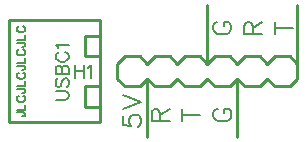
<source format=gto>
G04 Layer: TopSilkLayer*
G04 EasyEDA v6.1.51, Sat, 29 Jun 2019 11:07:56 GMT*
G04 355074110fe74479bc0a7dbe96e468b0,2a3559ba94084103b258dd4c46581d95,10*
G04 Gerber Generator version 0.2*
G04 Scale: 100 percent, Rotated: No, Reflected: No *
G04 Dimensions in millimeters *
G04 leading zeros omitted , absolute positions ,3 integer and 3 decimal *
%FSLAX33Y33*%
%MOMM*%
G90*
G71D02*

%ADD10C,0.254000*%
%ADD16C,0.152400*%
%ADD26C,0.203200*%

%LPD*%
G54D10*
G01X11943Y4958D02*
G01X11943Y5D01*
G01X19563Y4958D02*
G01X19563Y5D01*
G01X17023Y6228D02*
G01X17023Y11181D01*
G01X24643Y6228D02*
G01X24643Y11181D01*
G01X7939Y4346D02*
G01X6689Y4346D01*
G01X6689Y2596D01*
G01X7939Y2596D01*
G01X7937Y8593D02*
G01X6687Y8593D01*
G01X6687Y6843D01*
G01X7937Y6843D01*
G01X239Y1273D02*
G01X239Y9913D01*
G01X239Y9913D02*
G01X7937Y9913D01*
G01X7937Y1273D02*
G01X239Y1273D01*
G01X7937Y9913D02*
G01X7937Y1273D01*
G01X14483Y4958D02*
G01X13848Y4323D01*
G01X12578Y4323D01*
G01X11943Y4958D01*
G01X24643Y6228D02*
G01X24643Y4958D01*
G01X11943Y6228D02*
G01X11308Y6863D01*
G01X10038Y6863D01*
G01X9403Y6228D01*
G01X11943Y4958D02*
G01X11308Y4323D01*
G01X10038Y4323D01*
G01X9403Y4958D01*
G01X9403Y6228D02*
G01X9403Y4958D01*
G01X24643Y6228D02*
G01X24008Y6863D01*
G01X22738Y6863D01*
G01X22103Y6228D01*
G01X24643Y4958D02*
G01X24008Y4323D01*
G01X22738Y4323D01*
G01X22103Y4958D01*
G01X22103Y6228D02*
G01X21468Y6863D01*
G01X20198Y6863D01*
G01X19563Y6228D01*
G01X22103Y4958D02*
G01X21468Y4323D01*
G01X20198Y4323D01*
G01X19563Y4958D01*
G01X19563Y6228D02*
G01X18928Y6863D01*
G01X17658Y6863D01*
G01X17023Y6228D01*
G01X19563Y4958D02*
G01X18928Y4323D01*
G01X17658Y4323D01*
G01X17023Y4958D01*
G01X17023Y6228D02*
G01X16388Y6863D01*
G01X15118Y6863D01*
G01X14483Y6228D01*
G01X17023Y4958D02*
G01X16388Y4323D01*
G01X15118Y4323D01*
G01X14483Y4958D01*
G01X14483Y6228D02*
G01X13848Y6863D01*
G01X12578Y6863D01*
G01X11943Y6228D01*
G54D16*
G01X894Y2108D02*
G01X1450Y2108D01*
G01X1552Y2075D01*
G01X1588Y2040D01*
G01X1623Y1971D01*
G01X1623Y1903D01*
G01X1588Y1831D01*
G01X1552Y1798D01*
G01X1450Y1763D01*
G01X1379Y1763D01*
G01X894Y2337D02*
G01X1623Y2337D01*
G01X1623Y2337D02*
G01X1623Y2753D01*
G01X1069Y3503D02*
G01X998Y3467D01*
G01X930Y3399D01*
G01X894Y3327D01*
G01X894Y3190D01*
G01X930Y3122D01*
G01X998Y3051D01*
G01X1069Y3018D01*
G01X1171Y2982D01*
G01X1346Y2982D01*
G01X1450Y3018D01*
G01X1519Y3051D01*
G01X1588Y3122D01*
G01X1623Y3190D01*
G01X1623Y3327D01*
G01X1588Y3399D01*
G01X1519Y3467D01*
G01X1450Y3503D01*
G01X894Y4077D02*
G01X1450Y4077D01*
G01X1552Y4041D01*
G01X1588Y4008D01*
G01X1623Y3937D01*
G01X1623Y3868D01*
G01X1588Y3800D01*
G01X1552Y3764D01*
G01X1450Y3731D01*
G01X1379Y3731D01*
G01X894Y4305D02*
G01X1623Y4305D01*
G01X1623Y4305D02*
G01X1623Y4722D01*
G01X1069Y5469D02*
G01X998Y5433D01*
G01X930Y5365D01*
G01X894Y5296D01*
G01X894Y5156D01*
G01X930Y5088D01*
G01X998Y5019D01*
G01X1069Y4984D01*
G01X1171Y4951D01*
G01X1346Y4951D01*
G01X1450Y4984D01*
G01X1519Y5019D01*
G01X1588Y5088D01*
G01X1623Y5156D01*
G01X1623Y5296D01*
G01X1588Y5365D01*
G01X1519Y5433D01*
G01X1450Y5469D01*
G01X894Y6043D02*
G01X1450Y6043D01*
G01X1552Y6010D01*
G01X1588Y5974D01*
G01X1623Y5906D01*
G01X1623Y5837D01*
G01X1588Y5766D01*
G01X1552Y5733D01*
G01X1450Y5697D01*
G01X1379Y5697D01*
G01X894Y6271D02*
G01X1623Y6271D01*
G01X1623Y6271D02*
G01X1623Y6688D01*
G01X1069Y7437D02*
G01X998Y7402D01*
G01X930Y7333D01*
G01X894Y7262D01*
G01X894Y7125D01*
G01X930Y7056D01*
G01X998Y6985D01*
G01X1069Y6952D01*
G01X1171Y6916D01*
G01X1346Y6916D01*
G01X1450Y6952D01*
G01X1519Y6985D01*
G01X1588Y7056D01*
G01X1623Y7125D01*
G01X1623Y7262D01*
G01X1588Y7333D01*
G01X1519Y7402D01*
G01X1450Y7437D01*
G01X894Y8011D02*
G01X1450Y8011D01*
G01X1552Y7976D01*
G01X1588Y7943D01*
G01X1623Y7872D01*
G01X1623Y7803D01*
G01X1588Y7734D01*
G01X1552Y7699D01*
G01X1450Y7666D01*
G01X1379Y7666D01*
G01X894Y8240D02*
G01X1623Y8240D01*
G01X1623Y8240D02*
G01X1623Y8656D01*
G01X1069Y9403D02*
G01X998Y9370D01*
G01X930Y9299D01*
G01X894Y9230D01*
G01X894Y9091D01*
G01X930Y9022D01*
G01X998Y8954D01*
G01X1069Y8918D01*
G01X1171Y8885D01*
G01X1346Y8885D01*
G01X1450Y8918D01*
G01X1519Y8954D01*
G01X1588Y9022D01*
G01X1623Y9091D01*
G01X1623Y9230D01*
G01X1588Y9299D01*
G01X1519Y9370D01*
G01X1450Y9403D01*
G54D26*
G01X9911Y1773D02*
G01X9911Y1044D01*
G01X10566Y973D01*
G01X10493Y1044D01*
G01X10422Y1262D01*
G01X10422Y1481D01*
G01X10493Y1699D01*
G01X10640Y1844D01*
G01X10859Y1918D01*
G01X11003Y1918D01*
G01X11222Y1844D01*
G01X11367Y1699D01*
G01X11440Y1481D01*
G01X11440Y1262D01*
G01X11367Y1044D01*
G01X11293Y973D01*
G01X11148Y899D01*
G01X9911Y2398D02*
G01X11440Y2980D01*
G01X9911Y3561D02*
G01X11440Y2980D01*
G01X17897Y9784D02*
G01X17750Y9713D01*
G01X17605Y9568D01*
G01X17531Y9421D01*
G01X17531Y9131D01*
G01X17605Y8987D01*
G01X17750Y8839D01*
G01X17897Y8768D01*
G01X18113Y8695D01*
G01X18479Y8695D01*
G01X18697Y8768D01*
G01X18842Y8839D01*
G01X18987Y8987D01*
G01X19060Y9131D01*
G01X19060Y9421D01*
G01X18987Y9568D01*
G01X18842Y9713D01*
G01X18697Y9784D01*
G01X18479Y9784D01*
G01X18479Y9421D02*
G01X18479Y9784D01*
G01X20147Y8695D02*
G01X21676Y8695D01*
G01X20147Y8695D02*
G01X20147Y9350D01*
G01X20221Y9568D01*
G01X20295Y9639D01*
G01X20439Y9713D01*
G01X20584Y9713D01*
G01X20729Y9639D01*
G01X20803Y9568D01*
G01X20876Y9350D01*
G01X20876Y8695D01*
G01X20876Y9203D02*
G01X21676Y9713D01*
G01X22764Y9203D02*
G01X24293Y9203D01*
G01X22764Y8695D02*
G01X22764Y9713D01*
G01X12324Y1329D02*
G01X13853Y1329D01*
G01X12324Y1329D02*
G01X12324Y1984D01*
G01X12398Y2202D01*
G01X12471Y2273D01*
G01X12616Y2347D01*
G01X12761Y2347D01*
G01X12906Y2273D01*
G01X12979Y2202D01*
G01X13053Y1984D01*
G01X13053Y1329D01*
G01X13053Y1837D02*
G01X13853Y2347D01*
G01X14940Y1837D02*
G01X16469Y1837D01*
G01X14940Y1329D02*
G01X14940Y2347D01*
G01X17920Y2418D02*
G01X17775Y2347D01*
G01X17630Y2202D01*
G01X17557Y2055D01*
G01X17557Y1765D01*
G01X17630Y1621D01*
G01X17775Y1473D01*
G01X17920Y1402D01*
G01X18138Y1329D01*
G01X18501Y1329D01*
G01X18720Y1402D01*
G01X18867Y1473D01*
G01X19012Y1621D01*
G01X19086Y1765D01*
G01X19086Y2055D01*
G01X19012Y2202D01*
G01X18867Y2347D01*
G01X18720Y2418D01*
G01X18501Y2418D01*
G01X18501Y2055D02*
G01X18501Y2418D01*
G54D16*
G01X4207Y3180D02*
G01X4987Y3180D01*
G01X5142Y3231D01*
G01X5246Y3335D01*
G01X5299Y3493D01*
G01X5299Y3597D01*
G01X5246Y3752D01*
G01X5142Y3856D01*
G01X4987Y3907D01*
G01X4207Y3907D01*
G01X4365Y4978D02*
G01X4261Y4874D01*
G01X4207Y4717D01*
G01X4207Y4511D01*
G01X4261Y4354D01*
G01X4365Y4250D01*
G01X4466Y4250D01*
G01X4570Y4303D01*
G01X4624Y4354D01*
G01X4675Y4458D01*
G01X4779Y4770D01*
G01X4832Y4874D01*
G01X4883Y4925D01*
G01X4987Y4978D01*
G01X5142Y4978D01*
G01X5246Y4874D01*
G01X5299Y4717D01*
G01X5299Y4511D01*
G01X5246Y4354D01*
G01X5142Y4250D01*
G01X4207Y5321D02*
G01X5299Y5321D01*
G01X4207Y5321D02*
G01X4207Y5789D01*
G01X4261Y5944D01*
G01X4311Y5997D01*
G01X4416Y6048D01*
G01X4520Y6048D01*
G01X4624Y5997D01*
G01X4675Y5944D01*
G01X4728Y5789D01*
G01X4728Y5321D02*
G01X4728Y5789D01*
G01X4779Y5944D01*
G01X4832Y5997D01*
G01X4936Y6048D01*
G01X5091Y6048D01*
G01X5195Y5997D01*
G01X5246Y5944D01*
G01X5299Y5789D01*
G01X5299Y5321D01*
G01X4466Y7171D02*
G01X4365Y7117D01*
G01X4261Y7016D01*
G01X4207Y6911D01*
G01X4207Y6703D01*
G01X4261Y6599D01*
G01X4365Y6495D01*
G01X4466Y6444D01*
G01X4624Y6391D01*
G01X4883Y6391D01*
G01X5038Y6444D01*
G01X5142Y6495D01*
G01X5246Y6599D01*
G01X5299Y6703D01*
G01X5299Y6911D01*
G01X5246Y7016D01*
G01X5142Y7117D01*
G01X5038Y7171D01*
G01X4416Y7513D02*
G01X4365Y7618D01*
G01X4207Y7772D01*
G01X5299Y7772D01*
G01X5847Y6101D02*
G01X5847Y5012D01*
G01X6574Y6101D02*
G01X6574Y5012D01*
G01X5847Y5583D02*
G01X6574Y5583D01*
G01X6917Y5893D02*
G01X7021Y5946D01*
G01X7178Y6101D01*
G01X7178Y5012D01*
M00*
M02*

</source>
